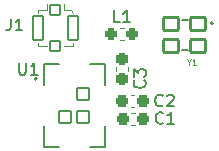
<source format=gbr>
%TF.GenerationSoftware,KiCad,Pcbnew,9.0.2*%
%TF.CreationDate,2025-06-09T01:03:38+02:00*%
%TF.ProjectId,WiFi_1YN,57694669-5f31-4594-9e2e-6b696361645f,rev?*%
%TF.SameCoordinates,Original*%
%TF.FileFunction,Legend,Top*%
%TF.FilePolarity,Positive*%
%FSLAX46Y46*%
G04 Gerber Fmt 4.6, Leading zero omitted, Abs format (unit mm)*
G04 Created by KiCad (PCBNEW 9.0.2) date 2025-06-09 01:03:38*
%MOMM*%
%LPD*%
G01*
G04 APERTURE LIST*
G04 Aperture macros list*
%AMRoundRect*
0 Rectangle with rounded corners*
0 $1 Rounding radius*
0 $2 $3 $4 $5 $6 $7 $8 $9 X,Y pos of 4 corners*
0 Add a 4 corners polygon primitive as box body*
4,1,4,$2,$3,$4,$5,$6,$7,$8,$9,$2,$3,0*
0 Add four circle primitives for the rounded corners*
1,1,$1+$1,$2,$3*
1,1,$1+$1,$4,$5*
1,1,$1+$1,$6,$7*
1,1,$1+$1,$8,$9*
0 Add four rect primitives between the rounded corners*
20,1,$1+$1,$2,$3,$4,$5,0*
20,1,$1+$1,$4,$5,$6,$7,0*
20,1,$1+$1,$6,$7,$8,$9,0*
20,1,$1+$1,$8,$9,$2,$3,0*%
G04 Aperture macros list end*
%ADD10C,0.150000*%
%ADD11C,0.120132*%
%ADD12C,0.120000*%
%ADD13C,0.127000*%
%ADD14C,0.200000*%
%ADD15C,0.010000*%
%ADD16RoundRect,0.105000X0.420000X0.995000X-0.420000X0.995000X-0.420000X-0.995000X0.420000X-0.995000X0*%
%ADD17RoundRect,0.100000X0.400000X0.400000X-0.400000X0.400000X-0.400000X-0.400000X0.400000X-0.400000X0*%
%ADD18RoundRect,0.102000X-0.500000X-0.500000X0.500000X-0.500000X0.500000X0.500000X-0.500000X0.500000X0*%
%ADD19RoundRect,0.237500X0.237500X-0.300000X0.237500X0.300000X-0.237500X0.300000X-0.237500X-0.300000X0*%
%ADD20RoundRect,0.237500X-0.300000X-0.237500X0.300000X-0.237500X0.300000X0.237500X-0.300000X0.237500X0*%
%ADD21RoundRect,0.237500X-0.287500X-0.237500X0.287500X-0.237500X0.287500X0.237500X-0.287500X0.237500X0*%
%ADD22RoundRect,0.102000X0.650000X0.550000X-0.650000X0.550000X-0.650000X-0.550000X0.650000X-0.550000X0*%
G04 APERTURE END LIST*
D10*
X195856266Y-63183419D02*
X195856266Y-63897704D01*
X195856266Y-63897704D02*
X195808647Y-64040561D01*
X195808647Y-64040561D02*
X195713409Y-64135800D01*
X195713409Y-64135800D02*
X195570552Y-64183419D01*
X195570552Y-64183419D02*
X195475314Y-64183419D01*
X196856266Y-64183419D02*
X196284838Y-64183419D01*
X196570552Y-64183419D02*
X196570552Y-63183419D01*
X196570552Y-63183419D02*
X196475314Y-63326276D01*
X196475314Y-63326276D02*
X196380076Y-63421514D01*
X196380076Y-63421514D02*
X196284838Y-63469133D01*
X196570695Y-66917219D02*
X196570695Y-67726742D01*
X196570695Y-67726742D02*
X196618314Y-67821980D01*
X196618314Y-67821980D02*
X196665933Y-67869600D01*
X196665933Y-67869600D02*
X196761171Y-67917219D01*
X196761171Y-67917219D02*
X196951647Y-67917219D01*
X196951647Y-67917219D02*
X197046885Y-67869600D01*
X197046885Y-67869600D02*
X197094504Y-67821980D01*
X197094504Y-67821980D02*
X197142123Y-67726742D01*
X197142123Y-67726742D02*
X197142123Y-66917219D01*
X198142123Y-67917219D02*
X197570695Y-67917219D01*
X197856409Y-67917219D02*
X197856409Y-66917219D01*
X197856409Y-66917219D02*
X197761171Y-67060076D01*
X197761171Y-67060076D02*
X197665933Y-67155314D01*
X197665933Y-67155314D02*
X197570695Y-67202933D01*
X207191780Y-68416466D02*
X207239400Y-68464085D01*
X207239400Y-68464085D02*
X207287019Y-68606942D01*
X207287019Y-68606942D02*
X207287019Y-68702180D01*
X207287019Y-68702180D02*
X207239400Y-68845037D01*
X207239400Y-68845037D02*
X207144161Y-68940275D01*
X207144161Y-68940275D02*
X207048923Y-68987894D01*
X207048923Y-68987894D02*
X206858447Y-69035513D01*
X206858447Y-69035513D02*
X206715590Y-69035513D01*
X206715590Y-69035513D02*
X206525114Y-68987894D01*
X206525114Y-68987894D02*
X206429876Y-68940275D01*
X206429876Y-68940275D02*
X206334638Y-68845037D01*
X206334638Y-68845037D02*
X206287019Y-68702180D01*
X206287019Y-68702180D02*
X206287019Y-68606942D01*
X206287019Y-68606942D02*
X206334638Y-68464085D01*
X206334638Y-68464085D02*
X206382257Y-68416466D01*
X206287019Y-68083132D02*
X206287019Y-67464085D01*
X206287019Y-67464085D02*
X206667971Y-67797418D01*
X206667971Y-67797418D02*
X206667971Y-67654561D01*
X206667971Y-67654561D02*
X206715590Y-67559323D01*
X206715590Y-67559323D02*
X206763209Y-67511704D01*
X206763209Y-67511704D02*
X206858447Y-67464085D01*
X206858447Y-67464085D02*
X207096542Y-67464085D01*
X207096542Y-67464085D02*
X207191780Y-67511704D01*
X207191780Y-67511704D02*
X207239400Y-67559323D01*
X207239400Y-67559323D02*
X207287019Y-67654561D01*
X207287019Y-67654561D02*
X207287019Y-67940275D01*
X207287019Y-67940275D02*
X207239400Y-68035513D01*
X207239400Y-68035513D02*
X207191780Y-68083132D01*
X208748333Y-71987580D02*
X208700714Y-72035200D01*
X208700714Y-72035200D02*
X208557857Y-72082819D01*
X208557857Y-72082819D02*
X208462619Y-72082819D01*
X208462619Y-72082819D02*
X208319762Y-72035200D01*
X208319762Y-72035200D02*
X208224524Y-71939961D01*
X208224524Y-71939961D02*
X208176905Y-71844723D01*
X208176905Y-71844723D02*
X208129286Y-71654247D01*
X208129286Y-71654247D02*
X208129286Y-71511390D01*
X208129286Y-71511390D02*
X208176905Y-71320914D01*
X208176905Y-71320914D02*
X208224524Y-71225676D01*
X208224524Y-71225676D02*
X208319762Y-71130438D01*
X208319762Y-71130438D02*
X208462619Y-71082819D01*
X208462619Y-71082819D02*
X208557857Y-71082819D01*
X208557857Y-71082819D02*
X208700714Y-71130438D01*
X208700714Y-71130438D02*
X208748333Y-71178057D01*
X209700714Y-72082819D02*
X209129286Y-72082819D01*
X209415000Y-72082819D02*
X209415000Y-71082819D01*
X209415000Y-71082819D02*
X209319762Y-71225676D01*
X209319762Y-71225676D02*
X209224524Y-71320914D01*
X209224524Y-71320914D02*
X209129286Y-71368533D01*
X208722933Y-70514380D02*
X208675314Y-70562000D01*
X208675314Y-70562000D02*
X208532457Y-70609619D01*
X208532457Y-70609619D02*
X208437219Y-70609619D01*
X208437219Y-70609619D02*
X208294362Y-70562000D01*
X208294362Y-70562000D02*
X208199124Y-70466761D01*
X208199124Y-70466761D02*
X208151505Y-70371523D01*
X208151505Y-70371523D02*
X208103886Y-70181047D01*
X208103886Y-70181047D02*
X208103886Y-70038190D01*
X208103886Y-70038190D02*
X208151505Y-69847714D01*
X208151505Y-69847714D02*
X208199124Y-69752476D01*
X208199124Y-69752476D02*
X208294362Y-69657238D01*
X208294362Y-69657238D02*
X208437219Y-69609619D01*
X208437219Y-69609619D02*
X208532457Y-69609619D01*
X208532457Y-69609619D02*
X208675314Y-69657238D01*
X208675314Y-69657238D02*
X208722933Y-69704857D01*
X209103886Y-69704857D02*
X209151505Y-69657238D01*
X209151505Y-69657238D02*
X209246743Y-69609619D01*
X209246743Y-69609619D02*
X209484838Y-69609619D01*
X209484838Y-69609619D02*
X209580076Y-69657238D01*
X209580076Y-69657238D02*
X209627695Y-69704857D01*
X209627695Y-69704857D02*
X209675314Y-69800095D01*
X209675314Y-69800095D02*
X209675314Y-69895333D01*
X209675314Y-69895333D02*
X209627695Y-70038190D01*
X209627695Y-70038190D02*
X209056267Y-70609619D01*
X209056267Y-70609619D02*
X209675314Y-70609619D01*
X205104733Y-63490019D02*
X204628543Y-63490019D01*
X204628543Y-63490019D02*
X204628543Y-62490019D01*
X205961876Y-63490019D02*
X205390448Y-63490019D01*
X205676162Y-63490019D02*
X205676162Y-62490019D01*
X205676162Y-62490019D02*
X205580924Y-62632876D01*
X205580924Y-62632876D02*
X205485686Y-62728114D01*
X205485686Y-62728114D02*
X205390448Y-62775733D01*
D11*
X210980846Y-66858556D02*
X210980846Y-67087379D01*
X210820670Y-66606852D02*
X210980846Y-66858556D01*
X210980846Y-66858556D02*
X211141021Y-66606852D01*
X211552901Y-67087379D02*
X211278314Y-67087379D01*
X211415608Y-67087379D02*
X211415608Y-66606852D01*
X211415608Y-66606852D02*
X211369843Y-66675498D01*
X211369843Y-66675498D02*
X211324079Y-66721263D01*
X211324079Y-66721263D02*
X211278314Y-66744145D01*
D12*
%TO.C,J1*%
X201150000Y-65475000D02*
X200350000Y-65475000D01*
X201150000Y-65275000D02*
X201150000Y-65475000D01*
X200950000Y-62475000D02*
X201150000Y-62675000D01*
X200350000Y-62475000D02*
X200950000Y-62475000D01*
X200350000Y-62475000D02*
X200350000Y-61975000D01*
X198950000Y-65475000D02*
X198150000Y-65475000D01*
X198950000Y-62475000D02*
X198950000Y-61975000D01*
X198150000Y-65475000D02*
X198150000Y-65275000D01*
X198150000Y-62675000D02*
X198150000Y-62475000D01*
X198150000Y-62475000D02*
X198950000Y-62475000D01*
D13*
%TO.C,U1*%
X198655000Y-67030000D02*
X199960000Y-67030000D01*
X198655000Y-68785000D02*
X198655000Y-67030000D01*
X198655000Y-74020000D02*
X198655000Y-72265000D01*
X199960000Y-74020000D02*
X198655000Y-74020000D01*
X202540000Y-67030000D02*
X203845000Y-67030000D01*
X203845000Y-67030000D02*
X203845000Y-68785000D01*
X203845000Y-72265000D02*
X203845000Y-74020000D01*
X203845000Y-74020000D02*
X202540000Y-74020000D01*
D14*
X198100000Y-68275000D02*
G75*
G02*
X197900000Y-68275000I-100000J0D01*
G01*
X197900000Y-68275000D02*
G75*
G02*
X198100000Y-68275000I100000J0D01*
G01*
D12*
%TO.C,C3*%
X205810000Y-67583767D02*
X205810000Y-67291233D01*
X204790000Y-67583767D02*
X204790000Y-67291233D01*
%TO.C,C1*%
X206078733Y-72160000D02*
X206371267Y-72160000D01*
X206078733Y-71140000D02*
X206371267Y-71140000D01*
%TO.C,C2*%
X206026380Y-70660000D02*
X206318914Y-70660000D01*
X206026380Y-69640000D02*
X206318914Y-69640000D01*
%TO.C,L1*%
X205100133Y-64975200D02*
X205442667Y-64975200D01*
X205100133Y-63955200D02*
X205442667Y-63955200D01*
D13*
%TO.C,Y1*%
X210850000Y-65820000D02*
X210350000Y-65820000D01*
X210850000Y-63320000D02*
X210350000Y-63320000D01*
D14*
X212975000Y-63576000D02*
G75*
G02*
X212775000Y-63576000I-100000J0D01*
G01*
X212775000Y-63576000D02*
G75*
G02*
X212975000Y-63576000I100000J0D01*
G01*
%TD*%
%LPC*%
D15*
%TO.C,U1*%
X199400000Y-67900000D02*
X198925000Y-67900000D01*
X198925000Y-67300000D01*
X199400000Y-67300000D01*
X199400000Y-67900000D01*
G36*
X199400000Y-67900000D02*
G01*
X198925000Y-67900000D01*
X198925000Y-67300000D01*
X199400000Y-67300000D01*
X199400000Y-67900000D01*
G37*
X199525000Y-68450000D02*
X198925000Y-68450000D01*
X198925000Y-68100000D01*
X199525000Y-68100000D01*
X199525000Y-68450000D01*
G36*
X199525000Y-68450000D02*
G01*
X198925000Y-68450000D01*
X198925000Y-68100000D01*
X199525000Y-68100000D01*
X199525000Y-68450000D01*
G37*
X199525000Y-68900000D02*
X198925000Y-68900000D01*
X198925000Y-68550000D01*
X199525000Y-68550000D01*
X199525000Y-68900000D01*
G36*
X199525000Y-68900000D02*
G01*
X198925000Y-68900000D01*
X198925000Y-68550000D01*
X199525000Y-68550000D01*
X199525000Y-68900000D01*
G37*
X199525000Y-69350000D02*
X198925000Y-69350000D01*
X198925000Y-69000000D01*
X199525000Y-69000000D01*
X199525000Y-69350000D01*
G36*
X199525000Y-69350000D02*
G01*
X198925000Y-69350000D01*
X198925000Y-69000000D01*
X199525000Y-69000000D01*
X199525000Y-69350000D01*
G37*
X199525000Y-69800000D02*
X198925000Y-69800000D01*
X198925000Y-69450000D01*
X199525000Y-69450000D01*
X199525000Y-69800000D01*
G36*
X199525000Y-69800000D02*
G01*
X198925000Y-69800000D01*
X198925000Y-69450000D01*
X199525000Y-69450000D01*
X199525000Y-69800000D01*
G37*
X199525000Y-70250000D02*
X198925000Y-70250000D01*
X198925000Y-69900000D01*
X199525000Y-69900000D01*
X199525000Y-70250000D01*
G36*
X199525000Y-70250000D02*
G01*
X198925000Y-70250000D01*
X198925000Y-69900000D01*
X199525000Y-69900000D01*
X199525000Y-70250000D01*
G37*
X199525000Y-70700000D02*
X198925000Y-70700000D01*
X198925000Y-70350000D01*
X199525000Y-70350000D01*
X199525000Y-70700000D01*
G36*
X199525000Y-70700000D02*
G01*
X198925000Y-70700000D01*
X198925000Y-70350000D01*
X199525000Y-70350000D01*
X199525000Y-70700000D01*
G37*
X199525000Y-71150000D02*
X198925000Y-71150000D01*
X198925000Y-70800000D01*
X199525000Y-70800000D01*
X199525000Y-71150000D01*
G36*
X199525000Y-71150000D02*
G01*
X198925000Y-71150000D01*
X198925000Y-70800000D01*
X199525000Y-70800000D01*
X199525000Y-71150000D01*
G37*
X199525000Y-71600000D02*
X198925000Y-71600000D01*
X198925000Y-71250000D01*
X199525000Y-71250000D01*
X199525000Y-71600000D01*
G36*
X199525000Y-71600000D02*
G01*
X198925000Y-71600000D01*
X198925000Y-71250000D01*
X199525000Y-71250000D01*
X199525000Y-71600000D01*
G37*
X199525000Y-72050000D02*
X198925000Y-72050000D01*
X198925000Y-71700000D01*
X199525000Y-71700000D01*
X199525000Y-72050000D01*
G36*
X199525000Y-72050000D02*
G01*
X198925000Y-72050000D01*
X198925000Y-71700000D01*
X199525000Y-71700000D01*
X199525000Y-72050000D01*
G37*
X199525000Y-72500000D02*
X198925000Y-72500000D01*
X198925000Y-72150000D01*
X199525000Y-72150000D01*
X199525000Y-72500000D01*
G36*
X199525000Y-72500000D02*
G01*
X198925000Y-72500000D01*
X198925000Y-72150000D01*
X199525000Y-72150000D01*
X199525000Y-72500000D01*
G37*
X199525000Y-72950000D02*
X198925000Y-72950000D01*
X198925000Y-72600000D01*
X199525000Y-72600000D01*
X199525000Y-72950000D01*
G36*
X199525000Y-72950000D02*
G01*
X198925000Y-72950000D01*
X198925000Y-72600000D01*
X199525000Y-72600000D01*
X199525000Y-72950000D01*
G37*
X199400000Y-73750000D02*
X198925000Y-73750000D01*
X198925000Y-73150000D01*
X199400000Y-73150000D01*
X199400000Y-73750000D01*
G36*
X199400000Y-73750000D02*
G01*
X198925000Y-73750000D01*
X198925000Y-73150000D01*
X199400000Y-73150000D01*
X199400000Y-73750000D01*
G37*
X199850000Y-67900000D02*
X199500000Y-67900000D01*
X199500000Y-67300000D01*
X199850000Y-67300000D01*
X199850000Y-67900000D01*
G36*
X199850000Y-67900000D02*
G01*
X199500000Y-67900000D01*
X199500000Y-67300000D01*
X199850000Y-67300000D01*
X199850000Y-67900000D01*
G37*
X199850000Y-73750000D02*
X199500000Y-73750000D01*
X199500000Y-73150000D01*
X199850000Y-73150000D01*
X199850000Y-73750000D01*
G36*
X199850000Y-73750000D02*
G01*
X199500000Y-73750000D01*
X199500000Y-73150000D01*
X199850000Y-73150000D01*
X199850000Y-73750000D01*
G37*
X200300000Y-67900000D02*
X199950000Y-67900000D01*
X199950000Y-67300000D01*
X200300000Y-67300000D01*
X200300000Y-67900000D01*
G36*
X200300000Y-67900000D02*
G01*
X199950000Y-67900000D01*
X199950000Y-67300000D01*
X200300000Y-67300000D01*
X200300000Y-67900000D01*
G37*
X200300000Y-73750000D02*
X199950000Y-73750000D01*
X199950000Y-73150000D01*
X200300000Y-73150000D01*
X200300000Y-73750000D01*
G36*
X200300000Y-73750000D02*
G01*
X199950000Y-73750000D01*
X199950000Y-73150000D01*
X200300000Y-73150000D01*
X200300000Y-73750000D01*
G37*
X200750000Y-67900000D02*
X200400000Y-67900000D01*
X200400000Y-67300000D01*
X200750000Y-67300000D01*
X200750000Y-67900000D01*
G36*
X200750000Y-67900000D02*
G01*
X200400000Y-67900000D01*
X200400000Y-67300000D01*
X200750000Y-67300000D01*
X200750000Y-67900000D01*
G37*
X200750000Y-73750000D02*
X200400000Y-73750000D01*
X200400000Y-73150000D01*
X200750000Y-73150000D01*
X200750000Y-73750000D01*
G36*
X200750000Y-73750000D02*
G01*
X200400000Y-73750000D01*
X200400000Y-73150000D01*
X200750000Y-73150000D01*
X200750000Y-73750000D01*
G37*
X201200000Y-67900000D02*
X200850000Y-67900000D01*
X200850000Y-67300000D01*
X201200000Y-67300000D01*
X201200000Y-67900000D01*
G36*
X201200000Y-67900000D02*
G01*
X200850000Y-67900000D01*
X200850000Y-67300000D01*
X201200000Y-67300000D01*
X201200000Y-67900000D01*
G37*
X201200000Y-73750000D02*
X200850000Y-73750000D01*
X200850000Y-73150000D01*
X201200000Y-73150000D01*
X201200000Y-73750000D01*
G36*
X201200000Y-73750000D02*
G01*
X200850000Y-73750000D01*
X200850000Y-73150000D01*
X201200000Y-73150000D01*
X201200000Y-73750000D01*
G37*
X201650000Y-67900000D02*
X201300000Y-67900000D01*
X201300000Y-67300000D01*
X201650000Y-67300000D01*
X201650000Y-67900000D01*
G36*
X201650000Y-67900000D02*
G01*
X201300000Y-67900000D01*
X201300000Y-67300000D01*
X201650000Y-67300000D01*
X201650000Y-67900000D01*
G37*
X201650000Y-73750000D02*
X201300000Y-73750000D01*
X201300000Y-73150000D01*
X201650000Y-73150000D01*
X201650000Y-73750000D01*
G36*
X201650000Y-73750000D02*
G01*
X201300000Y-73750000D01*
X201300000Y-73150000D01*
X201650000Y-73150000D01*
X201650000Y-73750000D01*
G37*
X202100000Y-67900000D02*
X201750000Y-67900000D01*
X201750000Y-67300000D01*
X202100000Y-67300000D01*
X202100000Y-67900000D01*
G36*
X202100000Y-67900000D02*
G01*
X201750000Y-67900000D01*
X201750000Y-67300000D01*
X202100000Y-67300000D01*
X202100000Y-67900000D01*
G37*
X202100000Y-73750000D02*
X201750000Y-73750000D01*
X201750000Y-73150000D01*
X202100000Y-73150000D01*
X202100000Y-73750000D01*
G36*
X202100000Y-73750000D02*
G01*
X201750000Y-73750000D01*
X201750000Y-73150000D01*
X202100000Y-73150000D01*
X202100000Y-73750000D01*
G37*
X202550000Y-67900000D02*
X202200000Y-67900000D01*
X202200000Y-67300000D01*
X202550000Y-67300000D01*
X202550000Y-67900000D01*
G36*
X202550000Y-67900000D02*
G01*
X202200000Y-67900000D01*
X202200000Y-67300000D01*
X202550000Y-67300000D01*
X202550000Y-67900000D01*
G37*
X202550000Y-73750000D02*
X202200000Y-73750000D01*
X202200000Y-73150000D01*
X202550000Y-73150000D01*
X202550000Y-73750000D01*
G36*
X202550000Y-73750000D02*
G01*
X202200000Y-73750000D01*
X202200000Y-73150000D01*
X202550000Y-73150000D01*
X202550000Y-73750000D01*
G37*
X203000000Y-67900000D02*
X202650000Y-67900000D01*
X202650000Y-67300000D01*
X203000000Y-67300000D01*
X203000000Y-67900000D01*
G36*
X203000000Y-67900000D02*
G01*
X202650000Y-67900000D01*
X202650000Y-67300000D01*
X203000000Y-67300000D01*
X203000000Y-67900000D01*
G37*
X203000000Y-73750000D02*
X202650000Y-73750000D01*
X202650000Y-73150000D01*
X203000000Y-73150000D01*
X203000000Y-73750000D01*
G36*
X203000000Y-73750000D02*
G01*
X202650000Y-73750000D01*
X202650000Y-73150000D01*
X203000000Y-73150000D01*
X203000000Y-73750000D01*
G37*
X203575000Y-68450000D02*
X202975000Y-68450000D01*
X202975000Y-68100000D01*
X203575000Y-68100000D01*
X203575000Y-68450000D01*
G36*
X203575000Y-68450000D02*
G01*
X202975000Y-68450000D01*
X202975000Y-68100000D01*
X203575000Y-68100000D01*
X203575000Y-68450000D01*
G37*
X203575000Y-68900000D02*
X202975000Y-68900000D01*
X202975000Y-68550000D01*
X203575000Y-68550000D01*
X203575000Y-68900000D01*
G36*
X203575000Y-68900000D02*
G01*
X202975000Y-68900000D01*
X202975000Y-68550000D01*
X203575000Y-68550000D01*
X203575000Y-68900000D01*
G37*
X203575000Y-69350000D02*
X202975000Y-69350000D01*
X202975000Y-69000000D01*
X203575000Y-69000000D01*
X203575000Y-69350000D01*
G36*
X203575000Y-69350000D02*
G01*
X202975000Y-69350000D01*
X202975000Y-69000000D01*
X203575000Y-69000000D01*
X203575000Y-69350000D01*
G37*
X203575000Y-69800000D02*
X202975000Y-69800000D01*
X202975000Y-69450000D01*
X203575000Y-69450000D01*
X203575000Y-69800000D01*
G36*
X203575000Y-69800000D02*
G01*
X202975000Y-69800000D01*
X202975000Y-69450000D01*
X203575000Y-69450000D01*
X203575000Y-69800000D01*
G37*
X203575000Y-70250000D02*
X202975000Y-70250000D01*
X202975000Y-69900000D01*
X203575000Y-69900000D01*
X203575000Y-70250000D01*
G36*
X203575000Y-70250000D02*
G01*
X202975000Y-70250000D01*
X202975000Y-69900000D01*
X203575000Y-69900000D01*
X203575000Y-70250000D01*
G37*
X203575000Y-70700000D02*
X202975000Y-70700000D01*
X202975000Y-70350000D01*
X203575000Y-70350000D01*
X203575000Y-70700000D01*
G36*
X203575000Y-70700000D02*
G01*
X202975000Y-70700000D01*
X202975000Y-70350000D01*
X203575000Y-70350000D01*
X203575000Y-70700000D01*
G37*
X203575000Y-71150000D02*
X202975000Y-71150000D01*
X202975000Y-70800000D01*
X203575000Y-70800000D01*
X203575000Y-71150000D01*
G36*
X203575000Y-71150000D02*
G01*
X202975000Y-71150000D01*
X202975000Y-70800000D01*
X203575000Y-70800000D01*
X203575000Y-71150000D01*
G37*
X203575000Y-71600000D02*
X202975000Y-71600000D01*
X202975000Y-71250000D01*
X203575000Y-71250000D01*
X203575000Y-71600000D01*
G36*
X203575000Y-71600000D02*
G01*
X202975000Y-71600000D01*
X202975000Y-71250000D01*
X203575000Y-71250000D01*
X203575000Y-71600000D01*
G37*
X203575000Y-72050000D02*
X202975000Y-72050000D01*
X202975000Y-71700000D01*
X203575000Y-71700000D01*
X203575000Y-72050000D01*
G36*
X203575000Y-72050000D02*
G01*
X202975000Y-72050000D01*
X202975000Y-71700000D01*
X203575000Y-71700000D01*
X203575000Y-72050000D01*
G37*
X203575000Y-72500000D02*
X202975000Y-72500000D01*
X202975000Y-72150000D01*
X203575000Y-72150000D01*
X203575000Y-72500000D01*
G36*
X203575000Y-72500000D02*
G01*
X202975000Y-72500000D01*
X202975000Y-72150000D01*
X203575000Y-72150000D01*
X203575000Y-72500000D01*
G37*
X203575000Y-72950000D02*
X202975000Y-72950000D01*
X202975000Y-72600000D01*
X203575000Y-72600000D01*
X203575000Y-72950000D01*
G36*
X203575000Y-72950000D02*
G01*
X202975000Y-72950000D01*
X202975000Y-72600000D01*
X203575000Y-72600000D01*
X203575000Y-72950000D01*
G37*
X203575000Y-67900000D02*
X203100000Y-67900000D01*
X203100000Y-67300000D01*
X203575000Y-67300000D01*
X203575000Y-67900000D01*
G36*
X203575000Y-67900000D02*
G01*
X203100000Y-67900000D01*
X203100000Y-67300000D01*
X203575000Y-67300000D01*
X203575000Y-67900000D01*
G37*
X203575000Y-73750000D02*
X203100000Y-73750000D01*
X203100000Y-73150000D01*
X203575000Y-73150000D01*
X203575000Y-73750000D01*
G36*
X203575000Y-73750000D02*
G01*
X203100000Y-73750000D01*
X203100000Y-73150000D01*
X203575000Y-73150000D01*
X203575000Y-73750000D01*
G37*
X201100000Y-70125000D02*
X199900000Y-70125000D01*
X199900000Y-69483600D01*
X200458600Y-68925000D01*
X201100000Y-68925000D01*
X201100000Y-70125000D01*
G36*
X201100000Y-70125000D02*
G01*
X199900000Y-70125000D01*
X199900000Y-69483600D01*
X200458600Y-68925000D01*
X201100000Y-68925000D01*
X201100000Y-70125000D01*
G37*
%TD*%
D16*
%TO.C,J1*%
X201125000Y-63975000D03*
D17*
X199650000Y-62475000D03*
D16*
X198175000Y-63975000D03*
D17*
X199650000Y-65475000D03*
%TD*%
D18*
%TO.C,U1*%
X200500000Y-71525000D03*
X202000000Y-69525000D03*
X202000000Y-71525000D03*
%TD*%
D19*
%TO.C,C3*%
X205300000Y-66575000D03*
X205300000Y-68300000D03*
%TD*%
D20*
%TO.C,C1*%
X207087500Y-71650000D03*
X205362500Y-71650000D03*
%TD*%
%TO.C,C2*%
X207035147Y-70150000D03*
X205310147Y-70150000D03*
%TD*%
D21*
%TO.C,L1*%
X206146400Y-64465200D03*
X204396400Y-64465200D03*
%TD*%
D22*
%TO.C,Y1*%
X211750000Y-63620000D03*
X209450000Y-63620000D03*
X209450000Y-65520000D03*
X211750000Y-65520000D03*
%TD*%
%LPD*%
M02*

</source>
